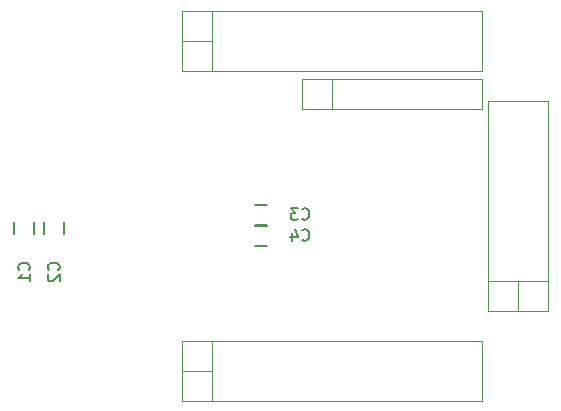
<source format=gbo>
G04 #@! TF.FileFunction,Legend,Bot*
%FSLAX46Y46*%
G04 Gerber Fmt 4.6, Leading zero omitted, Abs format (unit mm)*
G04 Created by KiCad (PCBNEW 4.0.6) date 08/06/17 17:06:55*
%MOMM*%
%LPD*%
G01*
G04 APERTURE LIST*
%ADD10C,0.100000*%
%ADD11C,0.150000*%
%ADD12C,1.400000*%
%ADD13C,3.500000*%
%ADD14R,2.127200X2.127200*%
%ADD15O,2.127200X2.127200*%
%ADD16R,2.432000X2.432000*%
%ADD17O,2.432000X2.432000*%
%ADD18R,1.650000X1.900000*%
%ADD19R,1.900000X1.650000*%
G04 APERTURE END LIST*
D10*
X144631000Y-108258000D02*
X142091000Y-108258000D01*
X144631000Y-110798000D02*
X144631000Y-105718000D01*
X142091000Y-108258000D02*
X142091000Y-110798000D01*
X142091000Y-110798000D02*
X167491000Y-110798000D01*
X167491000Y-110798000D02*
X167491000Y-105718000D01*
X167491000Y-105718000D02*
X142091000Y-105718000D01*
X142091000Y-105718000D02*
X142091000Y-108258000D01*
X170539000Y-100638000D02*
X167999000Y-100638000D01*
X170539000Y-103178000D02*
X170539000Y-100638000D01*
X170539000Y-100638000D02*
X173079000Y-100638000D01*
X167999000Y-85398000D02*
X173079000Y-85398000D01*
X173079000Y-85398000D02*
X173079000Y-103178000D01*
X173079000Y-103178000D02*
X167999000Y-103178000D01*
X167999000Y-103178000D02*
X167999000Y-85398000D01*
X154791000Y-83556500D02*
X154791000Y-86096500D01*
X152251000Y-83556500D02*
X152251000Y-86096500D01*
X152251000Y-86096500D02*
X167491000Y-86096500D01*
X167491000Y-86096500D02*
X167491000Y-83556500D01*
X167491000Y-83556500D02*
X152251000Y-83556500D01*
X144631000Y-80318000D02*
X142091000Y-80318000D01*
X144631000Y-82858000D02*
X144631000Y-77778000D01*
X142091000Y-80318000D02*
X142091000Y-82858000D01*
X142091000Y-82858000D02*
X167491000Y-82858000D01*
X167491000Y-82858000D02*
X167491000Y-77778000D01*
X167491000Y-77778000D02*
X142091000Y-77778000D01*
X142091000Y-77778000D02*
X142091000Y-80318000D01*
D11*
X127919884Y-96687460D02*
X127919884Y-95687460D01*
X129619884Y-95687460D02*
X129619884Y-96687460D01*
X130459884Y-96687460D02*
X130459884Y-95687460D01*
X132159884Y-95687460D02*
X132159884Y-96687460D01*
X149342000Y-95900000D02*
X148342000Y-95900000D01*
X148342000Y-94200000D02*
X149342000Y-94200000D01*
X149342000Y-97678000D02*
X148342000Y-97678000D01*
X148342000Y-95978000D02*
X149342000Y-95978000D01*
X129157143Y-99733334D02*
X129204762Y-99685715D01*
X129252381Y-99542858D01*
X129252381Y-99447620D01*
X129204762Y-99304762D01*
X129109524Y-99209524D01*
X129014286Y-99161905D01*
X128823810Y-99114286D01*
X128680952Y-99114286D01*
X128490476Y-99161905D01*
X128395238Y-99209524D01*
X128300000Y-99304762D01*
X128252381Y-99447620D01*
X128252381Y-99542858D01*
X128300000Y-99685715D01*
X128347619Y-99733334D01*
X129252381Y-100685715D02*
X129252381Y-100114286D01*
X129252381Y-100400000D02*
X128252381Y-100400000D01*
X128395238Y-100304762D01*
X128490476Y-100209524D01*
X128538095Y-100114286D01*
X131657143Y-99733334D02*
X131704762Y-99685715D01*
X131752381Y-99542858D01*
X131752381Y-99447620D01*
X131704762Y-99304762D01*
X131609524Y-99209524D01*
X131514286Y-99161905D01*
X131323810Y-99114286D01*
X131180952Y-99114286D01*
X130990476Y-99161905D01*
X130895238Y-99209524D01*
X130800000Y-99304762D01*
X130752381Y-99447620D01*
X130752381Y-99542858D01*
X130800000Y-99685715D01*
X130847619Y-99733334D01*
X130847619Y-100114286D02*
X130800000Y-100161905D01*
X130752381Y-100257143D01*
X130752381Y-100495239D01*
X130800000Y-100590477D01*
X130847619Y-100638096D01*
X130942857Y-100685715D01*
X131038095Y-100685715D01*
X131180952Y-100638096D01*
X131752381Y-100066667D01*
X131752381Y-100685715D01*
X152290666Y-95407143D02*
X152338285Y-95454762D01*
X152481142Y-95502381D01*
X152576380Y-95502381D01*
X152719238Y-95454762D01*
X152814476Y-95359524D01*
X152862095Y-95264286D01*
X152909714Y-95073810D01*
X152909714Y-94930952D01*
X152862095Y-94740476D01*
X152814476Y-94645238D01*
X152719238Y-94550000D01*
X152576380Y-94502381D01*
X152481142Y-94502381D01*
X152338285Y-94550000D01*
X152290666Y-94597619D01*
X151957333Y-94502381D02*
X151338285Y-94502381D01*
X151671619Y-94883333D01*
X151528761Y-94883333D01*
X151433523Y-94930952D01*
X151385904Y-94978571D01*
X151338285Y-95073810D01*
X151338285Y-95311905D01*
X151385904Y-95407143D01*
X151433523Y-95454762D01*
X151528761Y-95502381D01*
X151814476Y-95502381D01*
X151909714Y-95454762D01*
X151957333Y-95407143D01*
X152290666Y-97185143D02*
X152338285Y-97232762D01*
X152481142Y-97280381D01*
X152576380Y-97280381D01*
X152719238Y-97232762D01*
X152814476Y-97137524D01*
X152862095Y-97042286D01*
X152909714Y-96851810D01*
X152909714Y-96708952D01*
X152862095Y-96518476D01*
X152814476Y-96423238D01*
X152719238Y-96328000D01*
X152576380Y-96280381D01*
X152481142Y-96280381D01*
X152338285Y-96328000D01*
X152290666Y-96375619D01*
X151433523Y-96613714D02*
X151433523Y-97280381D01*
X151671619Y-96232762D02*
X151909714Y-96947048D01*
X151290666Y-96947048D01*
%LPC*%
D12*
X140440000Y-100470000D03*
X142940000Y-99970000D03*
X145440000Y-99470000D03*
X140440000Y-98970000D03*
X142940000Y-98470000D03*
X145440000Y-97970000D03*
X140440000Y-97470000D03*
X142940000Y-96970000D03*
X145440000Y-96470000D03*
X140440000Y-95970000D03*
X142940000Y-95470000D03*
X145440000Y-94970000D03*
X140440000Y-94470000D03*
X142940000Y-93970000D03*
X145440000Y-93470000D03*
X140440000Y-92970000D03*
X142940000Y-92470000D03*
X145440000Y-91970000D03*
X140440000Y-91470000D03*
X142940000Y-90970000D03*
X145440000Y-90470000D03*
X140440000Y-89970000D03*
X142940000Y-89470000D03*
X145440000Y-88970000D03*
X126440000Y-88970000D03*
X123940000Y-89470000D03*
X121440000Y-89970000D03*
X126440000Y-90470000D03*
X123940000Y-90970000D03*
X121440000Y-91470000D03*
X126440000Y-91970000D03*
X123940000Y-92470000D03*
X121440000Y-92970000D03*
X126440000Y-93470000D03*
X123940000Y-93970000D03*
X121440000Y-94470000D03*
X126440000Y-94970000D03*
X123940000Y-95470000D03*
X121440000Y-95970000D03*
X126440000Y-96470000D03*
X123940000Y-96970000D03*
X121440000Y-97470000D03*
X126440000Y-97970000D03*
X123940000Y-98470000D03*
X121440000Y-98970000D03*
X126440000Y-99470000D03*
X123940000Y-99970000D03*
X121440000Y-100470000D03*
D13*
X124440000Y-102970000D03*
X142940000Y-86470000D03*
D14*
X143361000Y-109528000D03*
D15*
X143361000Y-106988000D03*
X145901000Y-109528000D03*
X145901000Y-106988000D03*
X148441000Y-109528000D03*
X148441000Y-106988000D03*
X150981000Y-109528000D03*
X150981000Y-106988000D03*
X153521000Y-109528000D03*
X153521000Y-106988000D03*
X156061000Y-109528000D03*
X156061000Y-106988000D03*
X158601000Y-109528000D03*
X158601000Y-106988000D03*
X161141000Y-109528000D03*
X161141000Y-106988000D03*
X163681000Y-109528000D03*
X163681000Y-106988000D03*
X166221000Y-109528000D03*
X166221000Y-106988000D03*
D14*
X171809000Y-101908000D03*
D15*
X169269000Y-101908000D03*
X171809000Y-99368000D03*
X169269000Y-99368000D03*
X171809000Y-96828000D03*
X169269000Y-96828000D03*
X171809000Y-94288000D03*
X169269000Y-94288000D03*
X171809000Y-91748000D03*
X169269000Y-91748000D03*
X171809000Y-89208000D03*
X169269000Y-89208000D03*
X171809000Y-86668000D03*
X169269000Y-86668000D03*
D14*
X153521000Y-84826500D03*
D15*
X156061000Y-84826500D03*
X158601000Y-84826500D03*
X161141000Y-84826500D03*
X163681000Y-84826500D03*
X166221000Y-84826500D03*
D14*
X143361000Y-81588000D03*
D15*
X143361000Y-79048000D03*
X145901000Y-81588000D03*
X145901000Y-79048000D03*
X148441000Y-81588000D03*
X148441000Y-79048000D03*
X150981000Y-81588000D03*
X150981000Y-79048000D03*
X153521000Y-81588000D03*
X153521000Y-79048000D03*
X156061000Y-81588000D03*
X156061000Y-79048000D03*
X158601000Y-81588000D03*
X158601000Y-79048000D03*
X161141000Y-81588000D03*
X161141000Y-79048000D03*
X163681000Y-81588000D03*
X163681000Y-79048000D03*
X166221000Y-81588000D03*
X166221000Y-79048000D03*
D16*
X135995000Y-108385000D03*
D17*
X133455000Y-108385000D03*
D18*
X128769884Y-94937460D03*
X128769884Y-97437460D03*
X131309884Y-94937460D03*
X131309884Y-97437460D03*
D19*
X147592000Y-95050000D03*
X150092000Y-95050000D03*
X147592000Y-96828000D03*
X150092000Y-96828000D03*
M02*

</source>
